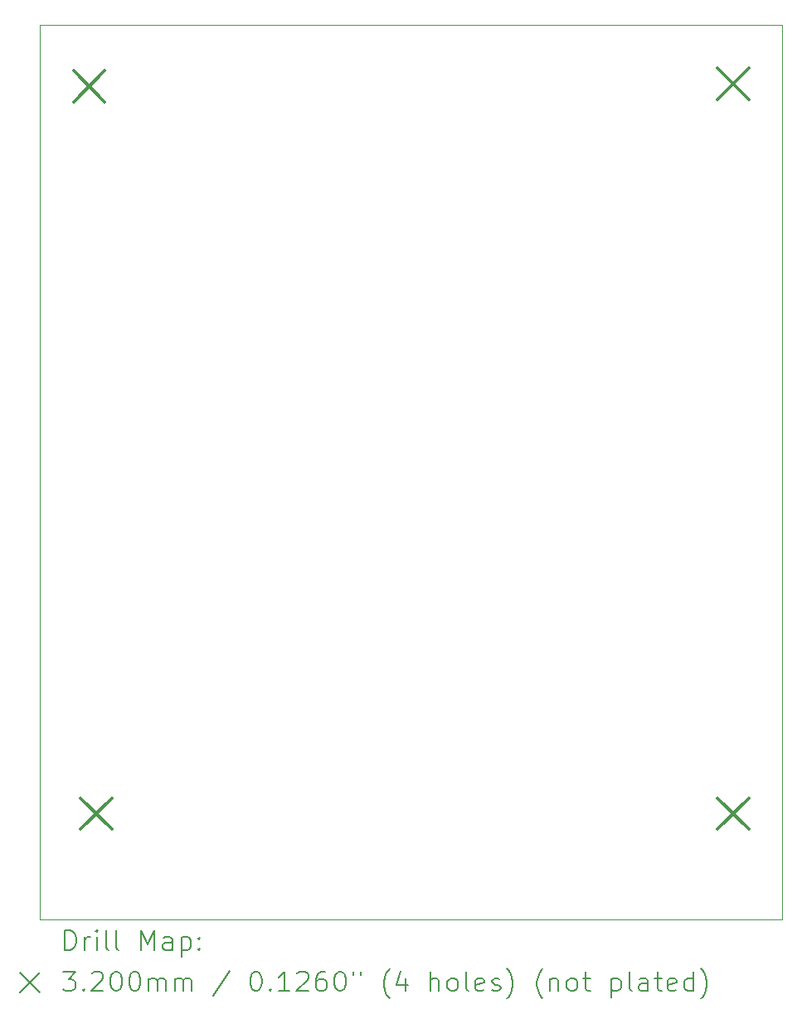
<source format=gbr>
%FSLAX45Y45*%
G04 Gerber Fmt 4.5, Leading zero omitted, Abs format (unit mm)*
G04 Created by KiCad (PCBNEW 6.0.2+dfsg-1) date 2023-09-01 16:32:19*
%MOMM*%
%LPD*%
G01*
G04 APERTURE LIST*
%TA.AperFunction,Profile*%
%ADD10C,0.100000*%
%TD*%
%ADD11C,0.200000*%
%ADD12C,0.320000*%
G04 APERTURE END LIST*
D10*
X8300000Y-13800000D02*
X15875000Y-13800000D01*
X15875000Y-13800000D02*
X15875000Y-4675000D01*
X15875000Y-4675000D02*
X8300000Y-4675000D01*
X8300000Y-4675000D02*
X8300000Y-13800000D01*
D11*
D12*
X8640000Y-5140000D02*
X8960000Y-5460000D01*
X8960000Y-5140000D02*
X8640000Y-5460000D01*
X8715000Y-12565000D02*
X9035000Y-12885000D01*
X9035000Y-12565000D02*
X8715000Y-12885000D01*
X15215000Y-5115000D02*
X15535000Y-5435000D01*
X15535000Y-5115000D02*
X15215000Y-5435000D01*
X15215000Y-12565000D02*
X15535000Y-12885000D01*
X15535000Y-12565000D02*
X15215000Y-12885000D01*
D11*
X8552619Y-14115476D02*
X8552619Y-13915476D01*
X8600238Y-13915476D01*
X8628810Y-13925000D01*
X8647857Y-13944048D01*
X8657381Y-13963095D01*
X8666905Y-14001190D01*
X8666905Y-14029762D01*
X8657381Y-14067857D01*
X8647857Y-14086905D01*
X8628810Y-14105952D01*
X8600238Y-14115476D01*
X8552619Y-14115476D01*
X8752619Y-14115476D02*
X8752619Y-13982143D01*
X8752619Y-14020238D02*
X8762143Y-14001190D01*
X8771667Y-13991667D01*
X8790714Y-13982143D01*
X8809762Y-13982143D01*
X8876429Y-14115476D02*
X8876429Y-13982143D01*
X8876429Y-13915476D02*
X8866905Y-13925000D01*
X8876429Y-13934524D01*
X8885952Y-13925000D01*
X8876429Y-13915476D01*
X8876429Y-13934524D01*
X9000238Y-14115476D02*
X8981190Y-14105952D01*
X8971667Y-14086905D01*
X8971667Y-13915476D01*
X9105000Y-14115476D02*
X9085952Y-14105952D01*
X9076429Y-14086905D01*
X9076429Y-13915476D01*
X9333571Y-14115476D02*
X9333571Y-13915476D01*
X9400238Y-14058333D01*
X9466905Y-13915476D01*
X9466905Y-14115476D01*
X9647857Y-14115476D02*
X9647857Y-14010714D01*
X9638333Y-13991667D01*
X9619286Y-13982143D01*
X9581190Y-13982143D01*
X9562143Y-13991667D01*
X9647857Y-14105952D02*
X9628810Y-14115476D01*
X9581190Y-14115476D01*
X9562143Y-14105952D01*
X9552619Y-14086905D01*
X9552619Y-14067857D01*
X9562143Y-14048809D01*
X9581190Y-14039286D01*
X9628810Y-14039286D01*
X9647857Y-14029762D01*
X9743095Y-13982143D02*
X9743095Y-14182143D01*
X9743095Y-13991667D02*
X9762143Y-13982143D01*
X9800238Y-13982143D01*
X9819286Y-13991667D01*
X9828810Y-14001190D01*
X9838333Y-14020238D01*
X9838333Y-14077381D01*
X9828810Y-14096428D01*
X9819286Y-14105952D01*
X9800238Y-14115476D01*
X9762143Y-14115476D01*
X9743095Y-14105952D01*
X9924048Y-14096428D02*
X9933571Y-14105952D01*
X9924048Y-14115476D01*
X9914524Y-14105952D01*
X9924048Y-14096428D01*
X9924048Y-14115476D01*
X9924048Y-13991667D02*
X9933571Y-14001190D01*
X9924048Y-14010714D01*
X9914524Y-14001190D01*
X9924048Y-13991667D01*
X9924048Y-14010714D01*
X8095000Y-14345000D02*
X8295000Y-14545000D01*
X8295000Y-14345000D02*
X8095000Y-14545000D01*
X8533571Y-14335476D02*
X8657381Y-14335476D01*
X8590714Y-14411667D01*
X8619286Y-14411667D01*
X8638333Y-14421190D01*
X8647857Y-14430714D01*
X8657381Y-14449762D01*
X8657381Y-14497381D01*
X8647857Y-14516428D01*
X8638333Y-14525952D01*
X8619286Y-14535476D01*
X8562143Y-14535476D01*
X8543095Y-14525952D01*
X8533571Y-14516428D01*
X8743095Y-14516428D02*
X8752619Y-14525952D01*
X8743095Y-14535476D01*
X8733571Y-14525952D01*
X8743095Y-14516428D01*
X8743095Y-14535476D01*
X8828810Y-14354524D02*
X8838333Y-14345000D01*
X8857381Y-14335476D01*
X8905000Y-14335476D01*
X8924048Y-14345000D01*
X8933571Y-14354524D01*
X8943095Y-14373571D01*
X8943095Y-14392619D01*
X8933571Y-14421190D01*
X8819286Y-14535476D01*
X8943095Y-14535476D01*
X9066905Y-14335476D02*
X9085952Y-14335476D01*
X9105000Y-14345000D01*
X9114524Y-14354524D01*
X9124048Y-14373571D01*
X9133571Y-14411667D01*
X9133571Y-14459286D01*
X9124048Y-14497381D01*
X9114524Y-14516428D01*
X9105000Y-14525952D01*
X9085952Y-14535476D01*
X9066905Y-14535476D01*
X9047857Y-14525952D01*
X9038333Y-14516428D01*
X9028810Y-14497381D01*
X9019286Y-14459286D01*
X9019286Y-14411667D01*
X9028810Y-14373571D01*
X9038333Y-14354524D01*
X9047857Y-14345000D01*
X9066905Y-14335476D01*
X9257381Y-14335476D02*
X9276429Y-14335476D01*
X9295476Y-14345000D01*
X9305000Y-14354524D01*
X9314524Y-14373571D01*
X9324048Y-14411667D01*
X9324048Y-14459286D01*
X9314524Y-14497381D01*
X9305000Y-14516428D01*
X9295476Y-14525952D01*
X9276429Y-14535476D01*
X9257381Y-14535476D01*
X9238333Y-14525952D01*
X9228810Y-14516428D01*
X9219286Y-14497381D01*
X9209762Y-14459286D01*
X9209762Y-14411667D01*
X9219286Y-14373571D01*
X9228810Y-14354524D01*
X9238333Y-14345000D01*
X9257381Y-14335476D01*
X9409762Y-14535476D02*
X9409762Y-14402143D01*
X9409762Y-14421190D02*
X9419286Y-14411667D01*
X9438333Y-14402143D01*
X9466905Y-14402143D01*
X9485952Y-14411667D01*
X9495476Y-14430714D01*
X9495476Y-14535476D01*
X9495476Y-14430714D02*
X9505000Y-14411667D01*
X9524048Y-14402143D01*
X9552619Y-14402143D01*
X9571667Y-14411667D01*
X9581190Y-14430714D01*
X9581190Y-14535476D01*
X9676429Y-14535476D02*
X9676429Y-14402143D01*
X9676429Y-14421190D02*
X9685952Y-14411667D01*
X9705000Y-14402143D01*
X9733571Y-14402143D01*
X9752619Y-14411667D01*
X9762143Y-14430714D01*
X9762143Y-14535476D01*
X9762143Y-14430714D02*
X9771667Y-14411667D01*
X9790714Y-14402143D01*
X9819286Y-14402143D01*
X9838333Y-14411667D01*
X9847857Y-14430714D01*
X9847857Y-14535476D01*
X10238333Y-14325952D02*
X10066905Y-14583095D01*
X10495476Y-14335476D02*
X10514524Y-14335476D01*
X10533571Y-14345000D01*
X10543095Y-14354524D01*
X10552619Y-14373571D01*
X10562143Y-14411667D01*
X10562143Y-14459286D01*
X10552619Y-14497381D01*
X10543095Y-14516428D01*
X10533571Y-14525952D01*
X10514524Y-14535476D01*
X10495476Y-14535476D01*
X10476429Y-14525952D01*
X10466905Y-14516428D01*
X10457381Y-14497381D01*
X10447857Y-14459286D01*
X10447857Y-14411667D01*
X10457381Y-14373571D01*
X10466905Y-14354524D01*
X10476429Y-14345000D01*
X10495476Y-14335476D01*
X10647857Y-14516428D02*
X10657381Y-14525952D01*
X10647857Y-14535476D01*
X10638333Y-14525952D01*
X10647857Y-14516428D01*
X10647857Y-14535476D01*
X10847857Y-14535476D02*
X10733571Y-14535476D01*
X10790714Y-14535476D02*
X10790714Y-14335476D01*
X10771667Y-14364048D01*
X10752619Y-14383095D01*
X10733571Y-14392619D01*
X10924048Y-14354524D02*
X10933571Y-14345000D01*
X10952619Y-14335476D01*
X11000238Y-14335476D01*
X11019286Y-14345000D01*
X11028810Y-14354524D01*
X11038333Y-14373571D01*
X11038333Y-14392619D01*
X11028810Y-14421190D01*
X10914524Y-14535476D01*
X11038333Y-14535476D01*
X11209762Y-14335476D02*
X11171667Y-14335476D01*
X11152619Y-14345000D01*
X11143095Y-14354524D01*
X11124048Y-14383095D01*
X11114524Y-14421190D01*
X11114524Y-14497381D01*
X11124048Y-14516428D01*
X11133571Y-14525952D01*
X11152619Y-14535476D01*
X11190714Y-14535476D01*
X11209762Y-14525952D01*
X11219286Y-14516428D01*
X11228809Y-14497381D01*
X11228809Y-14449762D01*
X11219286Y-14430714D01*
X11209762Y-14421190D01*
X11190714Y-14411667D01*
X11152619Y-14411667D01*
X11133571Y-14421190D01*
X11124048Y-14430714D01*
X11114524Y-14449762D01*
X11352619Y-14335476D02*
X11371667Y-14335476D01*
X11390714Y-14345000D01*
X11400238Y-14354524D01*
X11409762Y-14373571D01*
X11419286Y-14411667D01*
X11419286Y-14459286D01*
X11409762Y-14497381D01*
X11400238Y-14516428D01*
X11390714Y-14525952D01*
X11371667Y-14535476D01*
X11352619Y-14535476D01*
X11333571Y-14525952D01*
X11324048Y-14516428D01*
X11314524Y-14497381D01*
X11305000Y-14459286D01*
X11305000Y-14411667D01*
X11314524Y-14373571D01*
X11324048Y-14354524D01*
X11333571Y-14345000D01*
X11352619Y-14335476D01*
X11495476Y-14335476D02*
X11495476Y-14373571D01*
X11571667Y-14335476D02*
X11571667Y-14373571D01*
X11866905Y-14611667D02*
X11857381Y-14602143D01*
X11838333Y-14573571D01*
X11828809Y-14554524D01*
X11819286Y-14525952D01*
X11809762Y-14478333D01*
X11809762Y-14440238D01*
X11819286Y-14392619D01*
X11828809Y-14364048D01*
X11838333Y-14345000D01*
X11857381Y-14316428D01*
X11866905Y-14306905D01*
X12028809Y-14402143D02*
X12028809Y-14535476D01*
X11981190Y-14325952D02*
X11933571Y-14468809D01*
X12057381Y-14468809D01*
X12285952Y-14535476D02*
X12285952Y-14335476D01*
X12371667Y-14535476D02*
X12371667Y-14430714D01*
X12362143Y-14411667D01*
X12343095Y-14402143D01*
X12314524Y-14402143D01*
X12295476Y-14411667D01*
X12285952Y-14421190D01*
X12495476Y-14535476D02*
X12476428Y-14525952D01*
X12466905Y-14516428D01*
X12457381Y-14497381D01*
X12457381Y-14440238D01*
X12466905Y-14421190D01*
X12476428Y-14411667D01*
X12495476Y-14402143D01*
X12524048Y-14402143D01*
X12543095Y-14411667D01*
X12552619Y-14421190D01*
X12562143Y-14440238D01*
X12562143Y-14497381D01*
X12552619Y-14516428D01*
X12543095Y-14525952D01*
X12524048Y-14535476D01*
X12495476Y-14535476D01*
X12676428Y-14535476D02*
X12657381Y-14525952D01*
X12647857Y-14506905D01*
X12647857Y-14335476D01*
X12828809Y-14525952D02*
X12809762Y-14535476D01*
X12771667Y-14535476D01*
X12752619Y-14525952D01*
X12743095Y-14506905D01*
X12743095Y-14430714D01*
X12752619Y-14411667D01*
X12771667Y-14402143D01*
X12809762Y-14402143D01*
X12828809Y-14411667D01*
X12838333Y-14430714D01*
X12838333Y-14449762D01*
X12743095Y-14468809D01*
X12914524Y-14525952D02*
X12933571Y-14535476D01*
X12971667Y-14535476D01*
X12990714Y-14525952D01*
X13000238Y-14506905D01*
X13000238Y-14497381D01*
X12990714Y-14478333D01*
X12971667Y-14468809D01*
X12943095Y-14468809D01*
X12924048Y-14459286D01*
X12914524Y-14440238D01*
X12914524Y-14430714D01*
X12924048Y-14411667D01*
X12943095Y-14402143D01*
X12971667Y-14402143D01*
X12990714Y-14411667D01*
X13066905Y-14611667D02*
X13076428Y-14602143D01*
X13095476Y-14573571D01*
X13105000Y-14554524D01*
X13114524Y-14525952D01*
X13124048Y-14478333D01*
X13124048Y-14440238D01*
X13114524Y-14392619D01*
X13105000Y-14364048D01*
X13095476Y-14345000D01*
X13076428Y-14316428D01*
X13066905Y-14306905D01*
X13428809Y-14611667D02*
X13419286Y-14602143D01*
X13400238Y-14573571D01*
X13390714Y-14554524D01*
X13381190Y-14525952D01*
X13371667Y-14478333D01*
X13371667Y-14440238D01*
X13381190Y-14392619D01*
X13390714Y-14364048D01*
X13400238Y-14345000D01*
X13419286Y-14316428D01*
X13428809Y-14306905D01*
X13505000Y-14402143D02*
X13505000Y-14535476D01*
X13505000Y-14421190D02*
X13514524Y-14411667D01*
X13533571Y-14402143D01*
X13562143Y-14402143D01*
X13581190Y-14411667D01*
X13590714Y-14430714D01*
X13590714Y-14535476D01*
X13714524Y-14535476D02*
X13695476Y-14525952D01*
X13685952Y-14516428D01*
X13676428Y-14497381D01*
X13676428Y-14440238D01*
X13685952Y-14421190D01*
X13695476Y-14411667D01*
X13714524Y-14402143D01*
X13743095Y-14402143D01*
X13762143Y-14411667D01*
X13771667Y-14421190D01*
X13781190Y-14440238D01*
X13781190Y-14497381D01*
X13771667Y-14516428D01*
X13762143Y-14525952D01*
X13743095Y-14535476D01*
X13714524Y-14535476D01*
X13838333Y-14402143D02*
X13914524Y-14402143D01*
X13866905Y-14335476D02*
X13866905Y-14506905D01*
X13876428Y-14525952D01*
X13895476Y-14535476D01*
X13914524Y-14535476D01*
X14133571Y-14402143D02*
X14133571Y-14602143D01*
X14133571Y-14411667D02*
X14152619Y-14402143D01*
X14190714Y-14402143D01*
X14209762Y-14411667D01*
X14219286Y-14421190D01*
X14228809Y-14440238D01*
X14228809Y-14497381D01*
X14219286Y-14516428D01*
X14209762Y-14525952D01*
X14190714Y-14535476D01*
X14152619Y-14535476D01*
X14133571Y-14525952D01*
X14343095Y-14535476D02*
X14324048Y-14525952D01*
X14314524Y-14506905D01*
X14314524Y-14335476D01*
X14505000Y-14535476D02*
X14505000Y-14430714D01*
X14495476Y-14411667D01*
X14476428Y-14402143D01*
X14438333Y-14402143D01*
X14419286Y-14411667D01*
X14505000Y-14525952D02*
X14485952Y-14535476D01*
X14438333Y-14535476D01*
X14419286Y-14525952D01*
X14409762Y-14506905D01*
X14409762Y-14487857D01*
X14419286Y-14468809D01*
X14438333Y-14459286D01*
X14485952Y-14459286D01*
X14505000Y-14449762D01*
X14571667Y-14402143D02*
X14647857Y-14402143D01*
X14600238Y-14335476D02*
X14600238Y-14506905D01*
X14609762Y-14525952D01*
X14628809Y-14535476D01*
X14647857Y-14535476D01*
X14790714Y-14525952D02*
X14771667Y-14535476D01*
X14733571Y-14535476D01*
X14714524Y-14525952D01*
X14705000Y-14506905D01*
X14705000Y-14430714D01*
X14714524Y-14411667D01*
X14733571Y-14402143D01*
X14771667Y-14402143D01*
X14790714Y-14411667D01*
X14800238Y-14430714D01*
X14800238Y-14449762D01*
X14705000Y-14468809D01*
X14971667Y-14535476D02*
X14971667Y-14335476D01*
X14971667Y-14525952D02*
X14952619Y-14535476D01*
X14914524Y-14535476D01*
X14895476Y-14525952D01*
X14885952Y-14516428D01*
X14876428Y-14497381D01*
X14876428Y-14440238D01*
X14885952Y-14421190D01*
X14895476Y-14411667D01*
X14914524Y-14402143D01*
X14952619Y-14402143D01*
X14971667Y-14411667D01*
X15047857Y-14611667D02*
X15057381Y-14602143D01*
X15076428Y-14573571D01*
X15085952Y-14554524D01*
X15095476Y-14525952D01*
X15105000Y-14478333D01*
X15105000Y-14440238D01*
X15095476Y-14392619D01*
X15085952Y-14364048D01*
X15076428Y-14345000D01*
X15057381Y-14316428D01*
X15047857Y-14306905D01*
M02*

</source>
